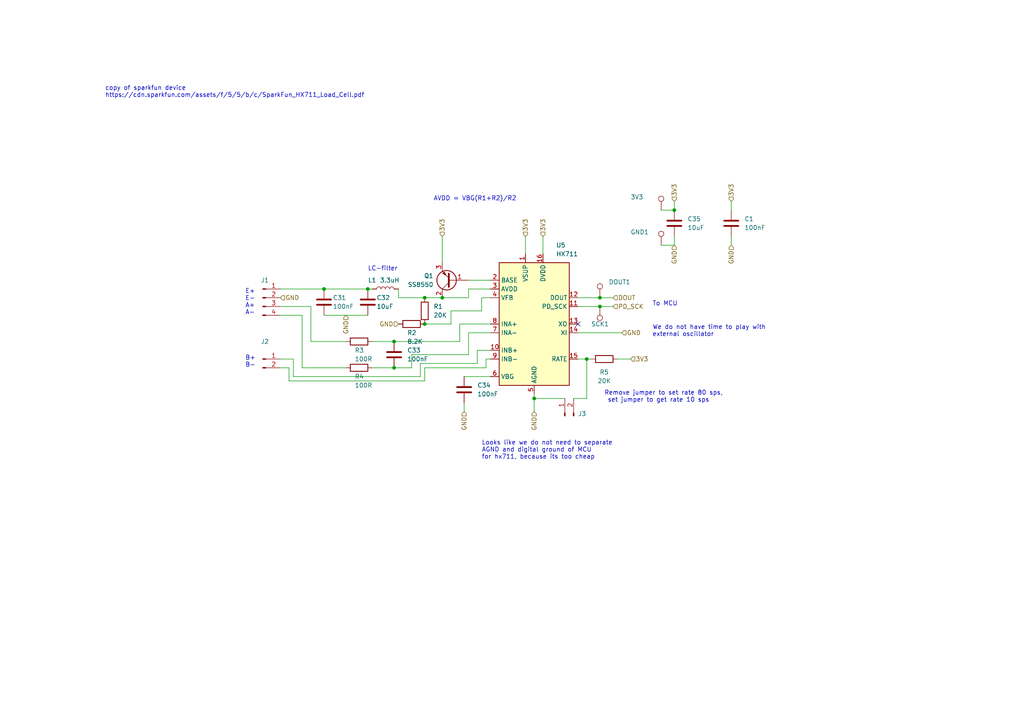
<source format=kicad_sch>
(kicad_sch (version 20230121) (generator eeschema)
  (paper "A4")
  (lib_symbols
    (symbol "Analog_ADC:HX711"
      (property "Reference" "U" (at 5.08 21.59 0))
      (property "Value" "HX711" (at 7.62 19.05 0))
      (symbol "HX711_0_1"
        (rectangle (start -10.16 17.78) (end 10.16 -17.78) (stroke (width 0.254)) (fill (type background)))
      )
      (symbol "HX711_1_1"
        (pin power_in line (at -2.54 20.32 270) (length 2.54) (name "VSUP") (number "1"))
        (pin input line (at -12.7 -7.62 0) (length 2.54) (name "INB+") (number "10"))
        (pin input line (at 12.7 5.08 180) (length 2.54) (name "PD_SCK") (number "11"))
        (pin output line (at 12.7 7.62 180) (length 2.54) (name "DOUT") (number "12"))
        (pin passive line (at 12.7 0 180) (length 2.54) (name "XO") (number "13"))
        (pin passive line (at 12.7 -2.54 180) (length 2.54) (name "XI") (number "14"))
        (pin input line (at 12.7 -10.16 180) (length 2.54) (name "RATE") (number "15"))
        (pin power_in line (at 2.54 20.32 270) (length 2.54) (name "DVDD") (number "16"))
        (pin passive line (at -12.7 12.7 0) (length 2.54) (name "BASE") (number "2"))
        (pin power_in line (at -12.7 10.16 0) (length 2.54) (name "AVDD") (number "3"))
        (pin input line (at -12.7 7.62 0) (length 2.54) (name "VFB") (number "4"))
        (pin power_in line (at 0 -20.32 90) (length 2.54) (name "AGND") (number "5"))
        (pin passive line (at -12.7 -15.24 0) (length 2.54) (name "VBG") (number "6"))
        (pin input line (at -12.7 -2.54 0) (length 2.54) (name "INA-") (number "7"))
        (pin input line (at -12.7 0 0) (length 2.54) (name "INA+") (number "8"))
        (pin input line (at -12.7 -10.16 0) (length 2.54) (name "INB-") (number "9"))
      )
    )
    (symbol "Connector:Conn_01x02_Male" (pin_names (offset 1.016) hide)
      (property "Reference" "J" (at 0 2.54 0))
      (property "Value" "Conn_01x02_Male" (at 0 -5.08 0))
      (symbol "Conn_01x02_Male_1_1"
        (polyline (pts (xy 1.27 -2.54) (xy 0.8636 -2.54)) (stroke (width 0.1524)))
        (polyline (pts (xy 1.27 0) (xy 0.8636 0)) (stroke (width 0.1524)))
        (rectangle (start 0.8636 -2.413) (end 0 -2.667) (stroke (width 0.1524)) (fill (type outline)))
        (rectangle (start 0.8636 0.127) (end 0 -0.127) (stroke (width 0.1524)) (fill (type outline)))
        (pin passive line (at 5.08 0 180) (length 3.81) (name "Pin_1") (number "1"))
        (pin passive line (at 5.08 -2.54 180) (length 3.81) (name "Pin_2") (number "2"))
      )
    )
    (symbol "Connector:Conn_01x04_Male" (pin_names (offset 1.016) hide)
      (property "Reference" "J" (at 0 5.08 0))
      (property "Value" "Conn_01x04_Male" (at 0 -7.62 0))
      (symbol "Conn_01x04_Male_1_1"
        (polyline (pts (xy 1.27 -5.08) (xy 0.8636 -5.08)) (stroke (width 0.1524)))
        (polyline (pts (xy 1.27 -2.54) (xy 0.8636 -2.54)) (stroke (width 0.1524)))
        (polyline (pts (xy 1.27 0) (xy 0.8636 0)) (stroke (width 0.1524)))
        (polyline (pts (xy 1.27 2.54) (xy 0.8636 2.54)) (stroke (width 0.1524)))
        (rectangle (start 0.8636 -4.953) (end 0 -5.207) (stroke (width 0.1524)) (fill (type outline)))
        (rectangle (start 0.8636 -2.413) (end 0 -2.667) (stroke (width 0.1524)) (fill (type outline)))
        (rectangle (start 0.8636 0.127) (end 0 -0.127) (stroke (width 0.1524)) (fill (type outline)))
        (rectangle (start 0.8636 2.667) (end 0 2.413) (stroke (width 0.1524)) (fill (type outline)))
        (pin passive line (at 5.08 2.54 180) (length 3.81) (name "Pin_1") (number "1"))
        (pin passive line (at 5.08 0 180) (length 3.81) (name "Pin_2") (number "2"))
        (pin passive line (at 5.08 -2.54 180) (length 3.81) (name "Pin_3") (number "3"))
        (pin passive line (at 5.08 -5.08 180) (length 3.81) (name "Pin_4") (number "4"))
      )
    )
    (symbol "Connector:TestPoint" (pin_numbers hide) (pin_names (offset 0.762) hide)
      (property "Reference" "TP" (at 0 6.858 0))
      (property "Value" "TestPoint" (at 0 5.08 0))
      (symbol "TestPoint_0_1"
        (circle (center 0 3.302) (radius 0.762))
      )
      (symbol "TestPoint_1_1"
        (pin passive line (at 0 0 90) (length 2.54) (name "1") (number "1"))
      )
    )
    (symbol "Device:C" (pin_numbers hide) (pin_names (offset 0.254))
      (property "Reference" "C" (at 0.635 2.54 0))
      (property "Value" "C" (at 0.635 -2.54 0))
      (symbol "C_0_1"
        (polyline (pts (xy -2.032 -0.762) (xy 2.032 -0.762)) (stroke (width 0.508)))
        (polyline (pts (xy -2.032 0.762) (xy 2.032 0.762)) (stroke (width 0.508)))
      )
      (symbol "C_1_1"
        (pin passive line (at 0 3.81 270) (length 2.794) (name "~") (number "1"))
        (pin passive line (at 0 -3.81 90) (length 2.794) (name "~") (number "2"))
      )
    )
    (symbol "Device:L" (pin_numbers hide) (pin_names (offset 1.016) hide)
      (property "Reference" "L" (at -1.27 0 90))
      (property "Value" "L" (at 1.905 0 90))
      (symbol "L_0_1"
        (arc (start 0 -2.54) (mid 0.6323 -1.905) (end 0 -1.27))
        (arc (start 0 -1.27) (mid 0.6323 -0.635) (end 0 0))
        (arc (start 0 0) (mid 0.6323 0.635) (end 0 1.27))
        (arc (start 0 1.27) (mid 0.6323 1.905) (end 0 2.54))
      )
      (symbol "L_1_1"
        (pin passive line (at 0 3.81 270) (length 1.27) (name "1") (number "1"))
        (pin passive line (at 0 -3.81 90) (length 1.27) (name "2") (number "2"))
      )
    )
    (symbol "Device:R" (pin_numbers hide) (pin_names (offset 0))
      (property "Reference" "R" (at 2.032 0 90))
      (property "Value" "R" (at 0 0 90))
      (symbol "R_0_1"
        (rectangle (start -1.016 -2.54) (end 1.016 2.54) (stroke (width 0.254)))
      )
      (symbol "R_1_1"
        (pin passive line (at 0 3.81 270) (length 1.27) (name "~") (number "1"))
        (pin passive line (at 0 -3.81 90) (length 1.27) (name "~") (number "2"))
      )
    )
    (symbol "Transistor_BJT:MMBTA92" (pin_names (offset 0) hide)
      (property "Reference" "Q?" (at 5.08 1.2701 0))
      (property "Value" "SS8550" (at 5.08 -1.2699 0))
      (symbol "MMBTA92_0_1"
        (polyline (pts (xy 0 0) (xy 0.635 0)))
        (polyline (pts (xy 2.54 -2.54) (xy 0.635 -0.635)))
        (polyline (pts (xy 2.54 2.54) (xy 0.635 0.635)))
        (polyline (pts (xy 0.635 1.905) (xy 0.635 -1.905) (xy 0.635 -1.905)) (stroke (width 0.508)) (fill (type outline)))
        (polyline (pts (xy 1.905 -2.413) (xy 2.413 -1.905) (xy 1.397 -1.397) (xy 1.905 -2.413) (xy 1.905 -2.413)) (fill (type outline)))
        (circle (center 1.27 0) (radius 2.8194) (stroke (width 0.254)))
      )
      (symbol "MMBTA92_1_1"
        (pin input line (at -5.08 0 0) (length 5.08) (name "B") (number "1"))
        (pin passive line (at 2.54 5.08 270) (length 2.54) (name "C") (number "2"))
        (pin passive line (at 2.54 -5.08 90) (length 2.54) (name "E") (number "3"))
      )
    )
  )
  (junction (at 123.19 86.36))
  (junction (at 114.3 99.06))
  (junction (at 123.19 93.98))
  (junction (at 195.58 60.96))
  (junction (at 128.27 86.36))
  (junction (at 93.98 83.82))
  (junction (at 106.68 83.82))
  (junction (at 170.18 104.14))
  (junction (at 173.99 86.36))
  (junction (at 173.99 88.9))
  (junction (at 154.94 115.57))
  (junction (at 114.3 106.68))
  (no_connect (at 167.64 93.98))
  (wire (pts (xy 173.99 86.36) (xy 177.8 86.36)))
  (wire (pts (xy 128.27 68.58) (xy 128.27 76.2)))
  (wire (pts (xy 121.92 109.22) (xy 85.09 109.22)))
  (wire (pts (xy 170.18 104.14) (xy 171.45 104.14)))
  (wire (pts (xy 152.4 68.58) (xy 152.4 73.66)))
  (wire (pts (xy 135.89 102.87) (xy 119.38 102.87)))
  (wire (pts (xy 107.95 99.06) (xy 114.3 99.06)))
  (wire (pts (xy 93.98 91.44) (xy 106.68 91.44)))
  (wire (pts (xy 154.94 115.57) (xy 154.94 119.38)))
  (wire (pts (xy 191.77 60.96) (xy 195.58 60.96)))
  (wire (pts (xy 139.7 90.17) (xy 130.81 90.17)))
  (wire (pts (xy 87.63 91.44) (xy 81.28 91.44)))
  (wire (pts (xy 119.38 102.87) (xy 119.38 106.68)))
  (wire (pts (xy 133.35 93.98) (xy 133.35 99.06)))
  (wire (pts (xy 142.24 93.98) (xy 133.35 93.98)))
  (wire (pts (xy 167.64 86.36) (xy 173.99 86.36)))
  (wire (pts (xy 114.3 99.06) (xy 133.35 99.06)))
  (wire (pts (xy 107.95 106.68) (xy 114.3 106.68)))
  (wire (pts (xy 135.89 83.82) (xy 135.89 86.36)))
  (wire (pts (xy 167.64 96.52) (xy 180.34 96.52)))
  (wire (pts (xy 179.07 104.14) (xy 182.88 104.14)))
  (wire (pts (xy 167.64 104.14) (xy 170.18 104.14)))
  (wire (pts (xy 135.89 96.52) (xy 135.89 102.87)))
  (wire (pts (xy 167.64 88.9) (xy 173.99 88.9)))
  (wire (pts (xy 212.09 68.58) (xy 212.09 71.12)))
  (wire (pts (xy 195.58 58.42) (xy 195.58 60.96)))
  (wire (pts (xy 123.19 93.98) (xy 130.81 93.98)))
  (wire (pts (xy 83.82 106.68) (xy 81.28 106.68)))
  (wire (pts (xy 85.09 109.22) (xy 85.09 104.14)))
  (wire (pts (xy 154.94 115.57) (xy 163.83 115.57)))
  (wire (pts (xy 139.7 86.36) (xy 139.7 90.17)))
  (wire (pts (xy 115.57 86.36) (xy 123.19 86.36)))
  (wire (pts (xy 140.97 106.68) (xy 123.19 106.68)))
  (wire (pts (xy 142.24 101.6) (xy 138.43 101.6)))
  (wire (pts (xy 170.18 115.57) (xy 170.18 104.14)))
  (wire (pts (xy 173.99 88.9) (xy 177.8 88.9)))
  (wire (pts (xy 134.62 109.22) (xy 142.24 109.22)))
  (wire (pts (xy 140.97 104.14) (xy 140.97 106.68)))
  (wire (pts (xy 123.19 110.49) (xy 83.82 110.49)))
  (wire (pts (xy 100.33 99.06) (xy 90.17 99.06)))
  (wire (pts (xy 106.68 83.82) (xy 107.95 83.82)))
  (wire (pts (xy 115.57 83.82) (xy 115.57 86.36)))
  (wire (pts (xy 142.24 96.52) (xy 135.89 96.52)))
  (wire (pts (xy 138.43 105.41) (xy 121.92 105.41)))
  (wire (pts (xy 119.38 106.68) (xy 114.3 106.68)))
  (wire (pts (xy 212.09 58.42) (xy 212.09 60.96)))
  (wire (pts (xy 130.81 90.17) (xy 130.81 93.98)))
  (wire (pts (xy 123.19 106.68) (xy 123.19 110.49)))
  (wire (pts (xy 90.17 88.9) (xy 81.28 88.9)))
  (wire (pts (xy 142.24 86.36) (xy 139.7 86.36)))
  (wire (pts (xy 121.92 105.41) (xy 121.92 109.22)))
  (wire (pts (xy 142.24 83.82) (xy 135.89 83.82)))
  (wire (pts (xy 123.19 86.36) (xy 128.27 86.36)))
  (wire (pts (xy 142.24 104.14) (xy 140.97 104.14)))
  (wire (pts (xy 87.63 106.68) (xy 87.63 91.44)))
  (wire (pts (xy 154.94 114.3) (xy 154.94 115.57)))
  (wire (pts (xy 93.98 83.82) (xy 106.68 83.82)))
  (wire (pts (xy 134.62 116.84) (xy 134.62 119.38)))
  (wire (pts (xy 90.17 99.06) (xy 90.17 88.9)))
  (wire (pts (xy 166.37 115.57) (xy 170.18 115.57)))
  (wire (pts (xy 195.58 68.58) (xy 195.58 71.12)))
  (wire (pts (xy 83.82 110.49) (xy 83.82 106.68)))
  (wire (pts (xy 157.48 68.58) (xy 157.48 73.66)))
  (wire (pts (xy 135.89 86.36) (xy 128.27 86.36)))
  (wire (pts (xy 191.77 71.12) (xy 195.58 71.12)))
  (wire (pts (xy 100.33 106.68) (xy 87.63 106.68)))
  (wire (pts (xy 81.28 83.82) (xy 93.98 83.82)))
  (wire (pts (xy 135.89 81.28) (xy 142.24 81.28)))
  (wire (pts (xy 85.09 104.14) (xy 81.28 104.14)))
  (wire (pts (xy 138.43 101.6) (xy 138.43 105.41)))
  (text "Remove jumper to set rate 80 sps,\n set jumper to get rate 10 sps" (at 175.26 116.84 0) (effects (font (size 1.27 1.27)) (justify left bottom)))
  (text "E+\nE-\nA+\nA-" (at 71.12 91.44 0) (effects (font (size 1.27 1.27)) (justify left bottom)))
  (text "B+\nB-" (at 71.12 106.68 0) (effects (font (size 1.27 1.27)) (justify left bottom)))
  (text "To MCU" (at 189.23 88.9 0) (effects (font (size 1.27 1.27)) (justify left bottom)))
  (text "Looks like we do not need to separate\nAGND and digital ground of MCU \nfor hx711, because its too cheap" (at 139.7 133.35 0) (effects (font (size 1.27 1.27)) (justify left bottom)))
  (text "AVDD = VBG(R1+R2)/R2" (at 125.73 58.42 0) (effects (font (size 1.27 1.27)) (justify left bottom)))
  (text "We do not have time to play with \nexternal oscillator" (at 189.23 97.79 0) (effects (font (size 1.27 1.27)) (justify left bottom)))
  (text "LC-filter" (at 106.68 78.74 0) (effects (font (size 1.27 1.27)) (justify left bottom)))
  (text "copy of sparkfun device\nhttps://cdn.sparkfun.com/assets/f/5/5/b/c/SparkFun_HX711_Load_Cell.pdf\n\n" (at 30.48 30.48 0) (effects (font (size 1.27 1.27)) (justify left bottom)))
  (hierarchical_label "GND" (shape input) (at 154.94 119.38 270))
  (hierarchical_label "GND" (shape input) (at 81.28 86.36 0))
  (hierarchical_label "GND" (shape input) (at 115.57 93.98 180))
  (hierarchical_label "GND" (shape input) (at 180.34 96.52 0))
  (hierarchical_label "PD_SCK" (shape input) (at 177.8 88.9 0))
  (hierarchical_label "GND" (shape input) (at 134.62 119.38 270))
  (hierarchical_label "GND" (shape input) (at 195.58 71.12 270))
  (hierarchical_label "3V3" (shape input) (at 182.88 104.14 0))
  (hierarchical_label "GND" (shape input) (at 100.33 91.44 270))
  (hierarchical_label "3V3" (shape input) (at 195.58 58.42 90))
  (hierarchical_label "3V3" (shape input) (at 152.4 68.58 90))
  (hierarchical_label "DOUT" (shape input) (at 177.8 86.36 0))
  (hierarchical_label "3V3" (shape input) (at 157.48 68.58 90))
  (hierarchical_label "3V3" (shape input) (at 212.09 58.42 90))
  (hierarchical_label "GND" (shape input) (at 212.09 71.12 270))
  (hierarchical_label "3V3" (shape input) (at 128.27 68.58 90))
  (symbol (lib_id "Device:C") (at 212.09 64.77 0) (unit 1)
    (property "Reference" "C1" (at 215.9 63.4999 0) (effects (justify left)))
    (property "Value" "100nF" (at 215.9 66.0399 0) (effects (justify left)))
    (property "Footprint" "Capacitor_SMD:C_0805_2012Metric" (effects hide))
  )
  (symbol (lib_id "Device:R") (at 104.14 99.06 270) (unit 1)
    (property "Reference" "R3" (at 102.87 101.6 90) (effects (justify left)))
    (property "Value" "100R" (at 102.87 104.14 90) (effects (justify left)))
    (property "Footprint" "Resistor_SMD:R_0805_2012Metric" (effects hide))
  )
  (symbol (lib_id "Device:R") (at 175.26 104.14 270) (unit 1)
    (property "Reference" "R5" (at 175.26 107.95 90))
    (property "Value" "20K" (at 175.26 110.49 90))
    (property "Footprint" "Resistor_SMD:R_0805_2012Metric" (effects hide))
  )
  (symbol (lib_id "Connector:TestPoint") (at 173.99 88.9 180) (unit 1)
    (property "Reference" "SCK1" (at 171.45 93.98 0) (effects (justify right)))
    (property "Value" "TestPoint" (effects hide))
    (property "Footprint" "TestPoint:TestPoint_Pad_1.0x1.0mm" (effects hide))
  )
  (symbol (lib_id "Connector:Conn_01x02_Male") (at 163.83 120.65 90) (unit 1)
    (property "Reference" "J3" (at 167.64 120.015 90) (effects (justify right)))
    (property "Value" "Conn_01x02_Male" (effects hide))
    (property "Footprint" "Connector_PinHeader_2.54mm:PinHeader_1x02_P2.54mm_Vertical" (effects hide))
  )
  (symbol (lib_id "Device:C") (at 134.62 113.03 0) (unit 1)
    (property "Reference" "C34" (at 138.43 111.7599 0) (effects (justify left)))
    (property "Value" "100nF" (at 138.43 114.2999 0) (effects (justify left)))
    (property "Footprint" "Capacitor_SMD:C_0805_2012Metric" (effects hide))
  )
  (symbol (lib_id "Device:R") (at 104.14 106.68 270) (unit 1)
    (property "Reference" "R4" (at 102.87 109.22 90) (effects (justify left)))
    (property "Value" "100R" (at 102.87 111.76 90) (effects (justify left)))
    (property "Footprint" "Resistor_SMD:R_0805_2012Metric" (effects hide))
  )
  (symbol (lib_id "Connector:Conn_01x02_Male") (at 76.2 104.14 0) (unit 1)
    (property "Reference" "J2" (at 76.835 99.06 0))
    (property "Value" "Conn_01x02_Male" (effects hide))
    (property "Footprint" "Connector_PinHeader_2.54mm:PinHeader_1x02_P2.54mm_Vertical" (effects hide))
  )
  (symbol (lib_id "Transistor_BJT:MMBTA92") (at 130.81 81.28 180) (unit 1)
    (property "Reference" "Q1" (at 125.73 80.0099 0) (effects (justify left)))
    (property "Value" "SS8550" (at 125.73 82.5499 0) (effects (justify left)))
    (property "Footprint" "Package_TO_SOT_SMD:SOT-23" (effects hide))
  )
  (symbol (lib_id "Analog_ADC:HX711") (at 154.94 93.98 0) (unit 1)
    (property "Reference" "U5" (at 161.29 71.12 0) (effects (justify left)))
    (property "Value" "HX711" (at 161.29 73.66 0) (effects (justify left)))
    (property "Footprint" "Package_SO:SOP-16_3.9x9.9mm_P1.27mm" (effects hide))
    (property "Datasheet" "https://cdn.sparkfun.com/datasheets/Sensors/ForceFlex/hx711_english.pdf" (effects hide))
  )
  (symbol (lib_id "Device:L") (at 111.76 83.82 90) (unit 1)
    (property "Reference" "L1" (at 107.95 81.28 90))
    (property "Value" "3.3uH" (at 113.03 81.28 90))
    (property "Footprint" "Inductor_SMD:L_0805_2012Metric" (effects hide))
  )
  (symbol (lib_id "Device:C") (at 114.3 102.87 0) (unit 1)
    (property "Reference" "C33" (at 118.11 101.5999 0) (effects (justify left)))
    (property "Value" "100nF" (at 118.11 104.1399 0) (effects (justify left)))
    (property "Footprint" "Capacitor_SMD:C_0805_2012Metric" (effects hide))
  )
  (symbol (lib_id "Connector:Conn_01x04_Male") (at 76.2 86.36 0) (unit 1)
    (property "Reference" "J1" (at 76.835 81.28 0))
    (property "Value" "Conn_01x04_Male" (effects hide))
    (property "Footprint" "Connector_PinHeader_2.54mm:PinHeader_1x04_P2.54mm_Vertical" (effects hide))
  )
  (symbol (lib_id "Device:R") (at 123.19 90.17 0) (unit 1)
    (property "Reference" "R1" (at 125.73 88.8999 0) (effects (justify left)))
    (property "Value" "20K" (at 125.73 91.4399 0) (effects (justify left)))
    (property "Footprint" "Resistor_SMD:R_0805_2012Metric" (effects hide))
  )
  (symbol (lib_id "Connector:TestPoint") (at 191.77 60.96 0) (unit 1)
    (property "Reference" "3V3" (at 182.88 57.15 0) (effects (justify left)))
    (property "Value" "TestPoint" (effects hide))
    (property "Footprint" "TestPoint:TestPoint_Pad_1.0x1.0mm" (effects hide))
  )
  (symbol (lib_id "Connector:TestPoint") (at 173.99 86.36 0) (unit 1)
    (property "Reference" "DOUT1" (at 176.53 81.7879 0) (effects (justify left)))
    (property "Value" "TestPoint" (effects hide))
    (property "Footprint" "TestPoint:TestPoint_Pad_1.0x1.0mm" (effects hide))
  )
  (symbol (lib_id "Device:C") (at 93.98 87.63 0) (unit 1)
    (property "Reference" "C31" (at 96.52 86.36 0) (effects (justify left)))
    (property "Value" "100nF" (at 96.52 88.9 0) (effects (justify left)))
    (property "Footprint" "Capacitor_SMD:C_0805_2012Metric" (effects hide))
  )
  (symbol (lib_id "Connector:TestPoint") (at 191.77 71.12 0) (unit 1)
    (property "Reference" "GND1" (at 182.88 67.31 0) (effects (justify left)))
    (property "Value" "TestPoint" (effects hide))
    (property "Footprint" "TestPoint:TestPoint_Pad_1.0x1.0mm" (effects hide))
  )
  (symbol (lib_id "Device:R") (at 119.38 93.98 270) (unit 1)
    (property "Reference" "R2" (at 118.11 96.52 90) (effects (justify left)))
    (property "Value" "8.2K" (at 118.11 99.06 90) (effects (justify left)))
    (property "Footprint" "Resistor_SMD:R_0805_2012Metric" (effects hide))
  )
  (symbol (lib_id "Device:C") (at 195.58 64.77 0) (unit 1)
    (property "Reference" "C35" (at 199.39 63.4999 0) (effects (justify left)))
    (property "Value" "10uF" (at 199.39 66.0399 0) (effects (justify left)))
    (property "Footprint" "Capacitor_SMD:C_0805_2012Metric" (effects hide))
  )
  (symbol (lib_id "Device:C") (at 106.68 87.63 0) (unit 1)
    (property "Reference" "C32" (at 109.22 86.36 0) (effects (justify left)))
    (property "Value" "10uF" (at 109.22 88.9 0) (effects (justify left)))
    (property "Footprint" "Capacitor_SMD:C_0805_2012Metric" (effects hide))
  )
)
</source>
